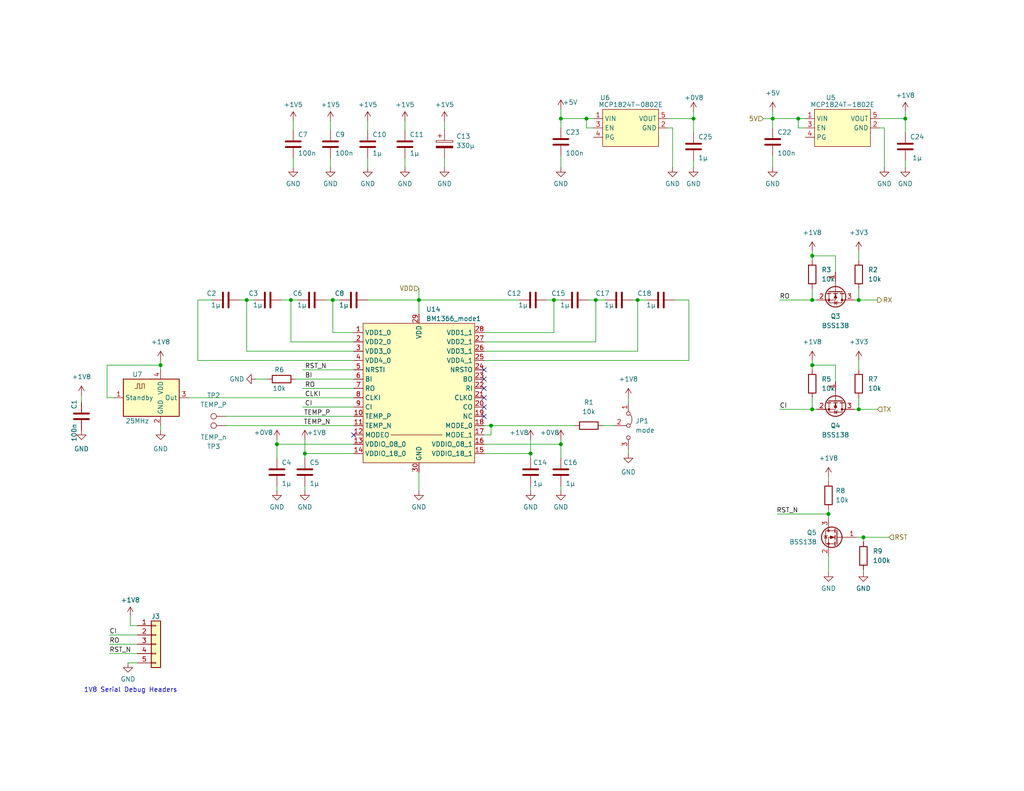
<source format=kicad_sch>
(kicad_sch (version 20230121) (generator eeschema)
  (paper "A")
  (title_block (title "BM1366 bitaxe") (date "2023-10-10") (rev "202"))
  (lib_symbols
    (symbol "Connector:TestPoint" (pin_numbers hide) (pin_names (offset 0.762) hide)
      (property "Reference" "TP" (at 0 6.858 0))
      (property "Value" "TestPoint" (at 0 5.08 0))
      (symbol "TestPoint_0_1"
        (circle (center 0 3.302) (radius 0.762))
      )
      (symbol "TestPoint_1_1"
        (pin passive line (at 0 0 90) (length 2.54) (name "1") (number "1"))
      )
    )
    (symbol "Connector_Generic:Conn_01x05" (pin_names (offset 1.016) hide)
      (property "Reference" "J" (at 0 7.62 0))
      (property "Value" "Conn_01x05" (at 0 -7.62 0))
      (symbol "Conn_01x05_1_1"
        (rectangle (start -1.27 -4.953) (end 0 -5.207) (stroke (width 0.1524)))
        (rectangle (start -1.27 -2.413) (end 0 -2.667) (stroke (width 0.1524)))
        (rectangle (start -1.27 0.127) (end 0 -0.127) (stroke (width 0.1524)))
        (rectangle (start -1.27 2.667) (end 0 2.413) (stroke (width 0.1524)))
        (rectangle (start -1.27 5.207) (end 0 4.953) (stroke (width 0.1524)))
        (rectangle (start -1.27 6.35) (end 1.27 -6.35) (stroke (width 0.254)) (fill (type background)))
        (pin passive line (at -5.08 5.08 0) (length 3.81) (name "Pin_1") (number "1"))
        (pin passive line (at -5.08 2.54 0) (length 3.81) (name "Pin_2") (number "2"))
        (pin passive line (at -5.08 0 0) (length 3.81) (name "Pin_3") (number "3"))
        (pin passive line (at -5.08 -2.54 0) (length 3.81) (name "Pin_4") (number "4"))
        (pin passive line (at -5.08 -5.08 0) (length 3.81) (name "Pin_5") (number "5"))
      )
    )
    (symbol "Device:C" (pin_numbers hide) (pin_names (offset 0.254))
      (property "Reference" "C" (at 0.635 2.54 0))
      (property "Value" "C" (at 0.635 -2.54 0))
      (symbol "C_0_1"
        (polyline (pts (xy -2.032 -0.762) (xy 2.032 -0.762)) (stroke (width 0.508)))
        (polyline (pts (xy -2.032 0.762) (xy 2.032 0.762)) (stroke (width 0.508)))
      )
      (symbol "C_1_1"
        (pin passive line (at 0 3.81 270) (length 2.794) (name "~") (number "1"))
        (pin passive line (at 0 -3.81 90) (length 2.794) (name "~") (number "2"))
      )
    )
    (symbol "Device:C_Polarized" (pin_numbers hide) (pin_names (offset 0.254))
      (property "Reference" "C" (at 0.635 2.54 0))
      (property "Value" "C_Polarized" (at 0.635 -2.54 0))
      (symbol "C_Polarized_0_1"
        (rectangle (start -2.286 0.508) (end 2.286 1.016))
        (polyline (pts (xy -1.778 2.286) (xy -0.762 2.286)))
        (polyline (pts (xy -1.27 2.794) (xy -1.27 1.778)))
        (rectangle (start 2.286 -0.508) (end -2.286 -1.016) (fill (type outline)))
      )
      (symbol "C_Polarized_1_1"
        (pin passive line (at 0 3.81 270) (length 2.794) (name "~") (number "1"))
        (pin passive line (at 0 -3.81 90) (length 2.794) (name "~") (number "2"))
      )
    )
    (symbol "Device:R" (pin_numbers hide) (pin_names (offset 0))
      (property "Reference" "R" (at 2.032 0 90))
      (property "Value" "R" (at 0 0 90))
      (symbol "R_0_1"
        (rectangle (start -1.016 -2.54) (end 1.016 2.54) (stroke (width 0.254)))
      )
      (symbol "R_1_1"
        (pin passive line (at 0 3.81 270) (length 1.27) (name "~") (number "1"))
        (pin passive line (at 0 -3.81 90) (length 1.27) (name "~") (number "2"))
      )
    )
    (symbol "GND_1" (power) (pin_names (offset 0))
      (property "Value" "GND_1" (at 0 -3.81 0))
      (symbol "GND_1_0_1"
        (polyline (pts (xy 0 0) (xy 0 -1.27) (xy 1.27 -1.27) (xy 0 -2.54) (xy -1.27 -1.27) (xy 0 -1.27)))
      )
      (symbol "GND_1_1_1"
        (pin power_in line (at 0 0 270) (length 0) hide (name "GND") (number "1"))
      )
    )
    (symbol "GND_2" (power) (pin_names (offset 0))
      (property "Value" "GND_2" (at 0 -3.81 0))
      (symbol "GND_2_0_1"
        (polyline (pts (xy 0 0) (xy 0 -1.27) (xy 1.27 -1.27) (xy 0 -2.54) (xy -1.27 -1.27) (xy 0 -1.27)))
      )
      (symbol "GND_2_1_1"
        (pin power_in line (at 0 0 270) (length 0) hide (name "GND") (number "1"))
      )
    )
    (symbol "GND_3" (power) (pin_names (offset 0))
      (property "Value" "GND_3" (at 0 -3.81 0))
      (symbol "GND_3_0_1"
        (polyline (pts (xy 0 0) (xy 0 -1.27) (xy 1.27 -1.27) (xy 0 -2.54) (xy -1.27 -1.27) (xy 0 -1.27)))
      )
      (symbol "GND_3_1_1"
        (pin power_in line (at 0 0 270) (length 0) hide (name "GND") (number "1"))
      )
    )
    (symbol "GND_4" (power) (pin_names (offset 0))
      (property "Value" "GND_4" (at 0 -3.81 0))
      (symbol "GND_4_0_1"
        (polyline (pts (xy 0 0) (xy 0 -1.27) (xy 1.27 -1.27) (xy 0 -2.54) (xy -1.27 -1.27) (xy 0 -1.27)))
      )
      (symbol "GND_4_1_1"
        (pin power_in line (at 0 0 270) (length 0) hide (name "GND") (number "1"))
      )
    )
    (symbol "GND_5" (power) (pin_names (offset 0))
      (property "Value" "GND_5" (at 0 -3.81 0))
      (symbol "GND_5_0_1"
        (polyline (pts (xy 0 0) (xy 0 -1.27) (xy 1.27 -1.27) (xy 0 -2.54) (xy -1.27 -1.27) (xy 0 -1.27)))
      )
      (symbol "GND_5_1_1"
        (pin power_in line (at 0 0 270) (length 0) hide (name "GND") (number "1"))
      )
    )
    (symbol "Jumper:Jumper_3_Bridged12" (pin_names (offset 0) hide)
      (property "Reference" "JP" (at -2.54 -2.54 0))
      (property "Value" "Jumper_3_Bridged12" (at 0 2.794 0))
      (symbol "Jumper_3_Bridged12_0_0"
        (circle (center -3.302 0) (radius 0.508))
        (circle (center 0 0) (radius 0.508))
        (circle (center 3.302 0) (radius 0.508))
      )
      (symbol "Jumper_3_Bridged12_0_1"
        (arc (start -0.254 0.508) (mid -1.651 0.9912) (end -3.048 0.508))
        (polyline (pts (xy 0 -1.27) (xy 0 -0.508)))
      )
      (symbol "Jumper_3_Bridged12_1_1"
        (pin passive line (at -6.35 0 0) (length 2.54) (name "A") (number "1"))
        (pin passive line (at 0 -3.81 90) (length 2.54) (name "C") (number "2"))
        (pin passive line (at 6.35 0 180) (length 2.54) (name "B") (number "3"))
      )
    )
    (symbol "MCP1824_1"
      (property "Reference" "U" (at -7.62 5.08 0))
      (property "Value" "MCP1824_1" (at 5.08 5.08 0))
      (symbol "MCP1824_1_0_1"
        (rectangle (start -7.62 3.81) (end 7.62 -6.35) (stroke (width 0.1524)) (fill (type background)))
      )
      (symbol "MCP1824_1_1_0"
        (pin bidirectional line (at -10.16 1.27 0) (length 2.54) (name "VIN") (number "1"))
        (pin bidirectional line (at 10.16 -1.27 180) (length 2.54) (name "GND") (number "2"))
        (pin bidirectional line (at -10.16 -1.27 0) (length 2.54) (name "EN") (number "3"))
        (pin bidirectional line (at -10.16 -3.81 0) (length 2.54) (name "PG") (number "4"))
        (pin bidirectional line (at 10.16 1.27 180) (length 2.54) (name "VOUT") (number "5"))
      )
    )
    (symbol "Oscillator:ASDMB-xxxMHz"
      (property "Reference" "U" (at -6.35 6.35 0))
      (property "Value" "ASDMB-xxxMHz" (at 11.43 6.35 0))
      (symbol "ASDMB-xxxMHz_1_1"
        (rectangle (start -7.62 5.08) (end 7.62 -5.08) (stroke (width 0.254)) (fill (type background)))
        (polyline (pts (xy -4.445 2.54) (xy -3.81 2.54) (xy -3.81 3.81) (xy -3.175 3.81) (xy -3.175 2.54) (xy -2.54 2.54) (xy -2.54 3.81) (xy -1.905 3.81) (xy -1.905 2.54)))
        (pin input line (at -10.16 0 0) (length 2.54) (name "Standby") (number "1"))
        (pin power_in line (at 2.54 -7.62 90) (length 2.54) (name "GND") (number "2"))
        (pin output line (at 10.16 0 180) (length 2.54) (name "Out") (number "3"))
        (pin power_in line (at 2.54 7.62 270) (length 2.54) (name "VDD") (number "4"))
      )
    )
    (symbol "Transistor_FET:BSS138" (pin_names hide)
      (property "Reference" "Q" (at 5.08 1.905 0))
      (property "Value" "BSS138" (at 5.08 0 0))
      (symbol "BSS138_0_1"
        (polyline (pts (xy 0.254 0) (xy -2.54 0)))
        (polyline (pts (xy 0.254 1.905) (xy 0.254 -1.905)) (stroke (width 0.254)))
        (polyline (pts (xy 0.762 -1.27) (xy 0.762 -2.286)) (stroke (width 0.254)))
        (polyline (pts (xy 0.762 0.508) (xy 0.762 -0.508)) (stroke (width 0.254)))
        (polyline (pts (xy 0.762 2.286) (xy 0.762 1.27)) (stroke (width 0.254)))
        (polyline (pts (xy 2.54 2.54) (xy 2.54 1.778)))
        (polyline (pts (xy 2.54 -2.54) (xy 2.54 0) (xy 0.762 0)))
        (polyline (pts (xy 0.762 -1.778) (xy 3.302 -1.778) (xy 3.302 1.778) (xy 0.762 1.778)))
        (polyline (pts (xy 1.016 0) (xy 2.032 0.381) (xy 2.032 -0.381) (xy 1.016 0)) (fill (type outline)))
        (polyline (pts (xy 2.794 0.508) (xy 2.921 0.381) (xy 3.683 0.381) (xy 3.81 0.254)))
        (polyline (pts (xy 3.302 0.381) (xy 2.921 -0.254) (xy 3.683 -0.254) (xy 3.302 0.381)))
        (circle (center 1.651 0) (radius 2.794) (stroke (width 0.254)))
        (circle (center 2.54 -1.778) (radius 0.254) (fill (type outline)))
        (circle (center 2.54 1.778) (radius 0.254) (fill (type outline)))
      )
      (symbol "BSS138_1_1"
        (pin input line (at -5.08 0 0) (length 2.54) (name "G") (number "1"))
        (pin passive line (at 2.54 -5.08 90) (length 2.54) (name "S") (number "2"))
        (pin passive line (at 2.54 5.08 270) (length 2.54) (name "D") (number "3"))
      )
    )
    (symbol "bitaxe:BM1366_mode1"
      (property "Reference" "U14" (at 1.9559 24.13 0))
      (property "Value" "BM1366_mode1" (at 1.9559 21.59 0))
      (symbol "BM1366_mode1_0_1"
        (rectangle (start -15.24 20.32) (end 15.24 -17.78) (fill (type background)))
        (polyline (pts (xy -7.62 -10.16) (xy 6.35 -10.16)))
      )
      (symbol "BM1366_mode1_1_1"
        (pin input line (at -17.78 17.78 0) (length 2.54) (name "VDD1_0") (number "1"))
        (pin input line (at -17.78 -5.08 0) (length 2.54) (name "TEMP_P") (number "10"))
        (pin input line (at -17.78 -7.62 0) (length 2.54) (name "TEMP_N") (number "11"))
        (pin input line (at -17.78 -10.16 0) (length 2.54) (name "MODEO") (number "12"))
        (pin input line (at -17.78 -12.7 0) (length 2.54) (name "VDDIO_08_0") (number "13"))
        (pin input line (at -17.78 -15.24 0) (length 2.54) (name "VDDIO_18_0") (number "14"))
        (pin input line (at 17.78 -15.24 180) (length 2.54) (name "VDDIO_18_1") (number "15"))
        (pin input line (at 17.78 -12.7 180) (length 2.54) (name "VDDIO_08_1") (number "16"))
        (pin input line (at 17.78 -10.16 180) (length 2.54) (name "MODE_1") (number "17"))
        (pin input line (at 17.78 -7.62 180) (length 2.54) (name "MODE_0") (number "18"))
        (pin input line (at 17.78 -5.08 180) (length 2.54) (name "NC") (number "19"))
        (pin input line (at -17.78 15.24 0) (length 2.54) (name "VDD2_0") (number "2"))
        (pin input line (at 17.78 -2.54 180) (length 2.54) (name "CO") (number "20"))
        (pin input line (at 17.78 0 180) (length 2.54) (name "CLKO") (number "21"))
        (pin input line (at 17.78 2.54 180) (length 2.54) (name "RI") (number "22"))
        (pin input line (at 17.78 5.08 180) (length 2.54) (name "BO") (number "23"))
        (pin input line (at 17.78 7.62 180) (length 2.54) (name "NRSTO") (number "24"))
        (pin input line (at 17.78 10.16 180) (length 2.54) (name "VDD4_1") (number "25"))
        (pin input line (at 17.78 12.7 180) (length 2.54) (name "VDD3_1") (number "26"))
        (pin input line (at 17.78 15.24 180) (length 2.54) (name "VDD2_1") (number "27"))
        (pin input line (at 17.78 17.78 180) (length 2.54) (name "VDD1_1") (number "28"))
        (pin input line (at 0 22.86 270) (length 2.54) (name "VDD") (number "29"))
        (pin input line (at -17.78 12.7 0) (length 2.54) (name "VDD3_0") (number "3"))
        (pin input line (at 0 -20.32 90) (length 2.54) (name "GND") (number "30"))
        (pin input line (at -17.78 10.16 0) (length 2.54) (name "VDD4_0") (number "4"))
        (pin input line (at -17.78 7.62 0) (length 2.54) (name "NRSTI") (number "5"))
        (pin input line (at -17.78 5.08 0) (length 2.54) (name "BI") (number "6"))
        (pin input line (at -17.78 2.54 0) (length 2.54) (name "RO") (number "7"))
        (pin input line (at -17.78 0 0) (length 2.54) (name "CLKI") (number "8"))
        (pin input line (at -17.78 -2.54 0) (length 2.54) (name "CI") (number "9"))
      )
    )
    (symbol "bitaxe:MCP1824"
      (property "Reference" "U" (at -7.62 5.08 0))
      (property "Value" "MCP1824" (at 5.08 5.08 0))
      (symbol "MCP1824_0_1"
        (rectangle (start -7.62 3.81) (end 7.62 -6.35) (stroke (width 0.1524)) (fill (type background)))
      )
      (symbol "MCP1824_1_0"
        (pin bidirectional line (at -10.16 1.27 0) (length 2.54) (name "VIN") (number "1"))
        (pin bidirectional line (at 10.16 -1.27 180) (length 2.54) (name "GND") (number "2"))
        (pin bidirectional line (at -10.16 -1.27 0) (length 2.54) (name "EN") (number "3"))
        (pin bidirectional line (at -10.16 -3.81 0) (length 2.54) (name "PG") (number "4"))
        (pin bidirectional line (at 10.16 1.27 180) (length 2.54) (name "VOUT") (number "5"))
      )
    )
    (symbol "mylib7:+0V8"
      (property "Value" "+0V8" (at 0 3.81 0))
      (symbol "+0V8_0_1"
        (polyline (pts (xy -0.762 1.27) (xy 0 2.54)))
        (polyline (pts (xy 0 0) (xy 0 2.54)))
        (polyline (pts (xy 0 2.54) (xy 0.762 1.27)))
      )
      (symbol "+0V8_1_1"
        (pin power_in line (at 0 0 90) (length 0) hide (name "+0V8") (number "1"))
      )
    )
    (symbol "power:+1V5" (power) (pin_names (offset 0))
      (property "Value" "+1V5" (at 0 3.556 0))
      (symbol "+1V5_0_1"
        (polyline (pts (xy -0.762 1.27) (xy 0 2.54)))
        (polyline (pts (xy 0 0) (xy 0 2.54)))
        (polyline (pts (xy 0 2.54) (xy 0.762 1.27)))
      )
      (symbol "+1V5_1_1"
        (pin power_in line (at 0 0 90) (length 0) hide (name "+1V5") (number "1"))
      )
    )
    (symbol "power:+1V8" (power) (pin_names (offset 0))
      (property "Value" "+1V8" (at 0 3.556 0))
      (symbol "+1V8_0_1"
        (polyline (pts (xy -0.762 1.27) (xy 0 2.54)))
        (polyline (pts (xy 0 0) (xy 0 2.54)))
        (polyline (pts (xy 0 2.54) (xy 0.762 1.27)))
      )
      (symbol "+1V8_1_1"
        (pin power_in line (at 0 0 90) (length 0) hide (name "+1V8") (number "1"))
      )
    )
    (symbol "power:+3V3" (power) (pin_names (offset 0))
      (property "Value" "+3V3" (at 0 3.556 0))
      (symbol "+3V3_0_1"
        (polyline (pts (xy -0.762 1.27) (xy 0 2.54)))
        (polyline (pts (xy 0 0) (xy 0 2.54)))
        (polyline (pts (xy 0 2.54) (xy 0.762 1.27)))
      )
      (symbol "+3V3_1_1"
        (pin power_in line (at 0 0 90) (length 0) hide (name "+3V3") (number "1"))
      )
    )
    (symbol "power:+5V" (power) (pin_names (offset 0))
      (property "Value" "+5V" (at 0 3.556 0))
      (symbol "+5V_0_1"
        (polyline (pts (xy -0.762 1.27) (xy 0 2.54)))
        (polyline (pts (xy 0 0) (xy 0 2.54)))
        (polyline (pts (xy 0 2.54) (xy 0.762 1.27)))
      )
      (symbol "+5V_1_1"
        (pin power_in line (at 0 0 90) (length 0) hide (name "+5V") (number "1"))
      )
    )
    (symbol "power:GND" (power) (pin_names (offset 0))
      (property "Value" "GND" (at 0 -3.81 0))
      (symbol "GND_0_1"
        (polyline (pts (xy 0 0) (xy 0 -1.27) (xy 1.27 -1.27) (xy 0 -2.54) (xy -1.27 -1.27) (xy 0 -1.27)))
      )
      (symbol "GND_1_1"
        (pin power_in line (at 0 0 270) (length 0) hide (name "GND") (number "1"))
      )
    )
  )
  (junction (at 151.13 81.915))
  (junction (at 83.185 123.825))
  (junction (at 162.56 81.915))
  (junction (at 210.82 32.385) (diameter 0.9144))
  (junction (at 160.02 32.385))
  (junction (at 67.31 81.915))
  (junction (at 235.585 146.685))
  (junction (at 133.985 116.205))
  (junction (at 43.815 99.695))
  (junction (at 234.315 81.915))
  (junction (at 247.015 32.385))
  (junction (at 234.315 111.76))
  (junction (at 153.035 32.385) (diameter 0.9144))
  (junction (at 75.565 121.285))
  (junction (at 217.805 32.385))
  (junction (at 144.78 123.825))
  (junction (at 221.615 81.915))
  (junction (at 114.3 81.915))
  (junction (at 153.035 121.285))
  (junction (at 79.375 81.915))
  (junction (at 226.06 140.335))
  (junction (at 221.615 111.76))
  (junction (at 221.615 69.85))
  (junction (at 90.805 81.915))
  (junction (at 221.615 99.695))
  (junction (at 173.99 81.915))
  (junction (at 189.23 32.385) (diameter 0.9144))
  (no_connect (at 132.08 100.965))
  (no_connect (at 132.08 106.045))
  (no_connect (at 132.08 108.585))
  (no_connect (at 132.08 113.665))
  (no_connect (at 96.52 118.745))
  (no_connect (at 132.08 103.505))
  (no_connect (at 132.08 111.125))
  (wire (pts (xy 121.285 35.56) (xy 121.285 33.02)))
  (wire (pts (xy 43.815 99.695) (xy 43.815 100.965)))
  (wire (pts (xy 226.06 130.175) (xy 226.06 131.445)))
  (wire (pts (xy 221.615 108.585) (xy 221.615 111.76)))
  (wire (pts (xy 133.985 118.745) (xy 133.985 116.205)))
  (wire (pts (xy 173.99 95.885) (xy 173.99 81.915)))
  (wire (pts (xy 234.315 81.915) (xy 234.315 78.74)))
  (wire (pts (xy 235.585 146.685) (xy 242.57 146.685)))
  (wire (pts (xy 187.96 98.425) (xy 187.96 81.915)))
  (wire (pts (xy 162.56 93.345) (xy 162.56 81.915)))
  (wire (pts (xy 82.55 111.125) (xy 96.52 111.125)))
  (wire (pts (xy 226.06 139.065) (xy 226.06 140.335)))
  (wire (pts (xy 144.78 120.015) (xy 144.78 123.825)))
  (wire (pts (xy 75.565 132.715) (xy 75.565 133.985)))
  (wire (pts (xy 43.815 98.425) (xy 43.815 99.695)))
  (wire (pts (xy 61.595 113.665) (xy 96.52 113.665)))
  (wire (pts (xy 22.225 107.95) (xy 22.225 109.855)))
  (wire (pts (xy 114.3 128.905) (xy 114.3 133.985)))
  (wire (pts (xy 80.645 103.505) (xy 96.52 103.505)))
  (wire (pts (xy 235.585 146.685) (xy 235.585 147.955)))
  (wire (pts (xy 247.015 43.815) (xy 247.015 45.72)))
  (wire (pts (xy 247.015 30.48) (xy 247.015 32.385)))
  (wire (pts (xy 83.185 120.015) (xy 83.185 123.825)))
  (wire (pts (xy 241.3 34.925) (xy 240.03 34.925)))
  (wire (pts (xy 153.035 32.385) (xy 160.02 32.385)))
  (wire (pts (xy 212.09 140.335) (xy 226.06 140.335)))
  (wire (pts (xy 29.21 99.695) (xy 29.21 108.585)))
  (wire (pts (xy 233.045 111.76) (xy 234.315 111.76)))
  (wire (pts (xy 212.725 111.76) (xy 221.615 111.76)))
  (wire (pts (xy 132.08 90.805) (xy 151.13 90.805)))
  (wire (pts (xy 183.515 34.925) (xy 182.245 34.925)))
  (wire (pts (xy 43.815 99.695) (xy 29.21 99.695)))
  (wire (pts (xy 221.615 68.58) (xy 221.615 69.85)))
  (wire (pts (xy 90.17 35.56) (xy 90.17 33.02)))
  (wire (pts (xy 100.33 43.18) (xy 100.33 45.72)))
  (wire (pts (xy 34.925 180.975) (xy 37.465 180.975)))
  (wire (pts (xy 153.035 120.015) (xy 153.035 121.285)))
  (wire (pts (xy 83.185 123.825) (xy 96.52 123.825)))
  (wire (pts (xy 75.565 120.015) (xy 75.565 121.285)))
  (wire (pts (xy 153.035 32.385) (xy 153.035 34.925)))
  (wire (pts (xy 149.225 81.915) (xy 151.13 81.915)))
  (wire (pts (xy 234.315 68.58) (xy 234.315 71.12)))
  (wire (pts (xy 189.23 43.815) (xy 189.23 45.72)))
  (wire (pts (xy 29.21 108.585) (xy 31.115 108.585)))
  (wire (pts (xy 171.45 122.555) (xy 171.45 123.825)))
  (wire (pts (xy 100.33 35.56) (xy 100.33 33.02)))
  (wire (pts (xy 88.9 81.915) (xy 90.805 81.915)))
  (wire (pts (xy 160.655 81.915) (xy 162.56 81.915)))
  (wire (pts (xy 160.02 34.925) (xy 160.02 32.385)))
  (wire (pts (xy 210.82 42.545) (xy 210.82 45.72)))
  (wire (pts (xy 79.375 81.915) (xy 81.28 81.915)))
  (wire (pts (xy 240.03 32.385) (xy 247.015 32.385)))
  (wire (pts (xy 226.06 140.335) (xy 226.06 141.605)))
  (wire (pts (xy 217.805 32.385) (xy 219.71 32.385)))
  (wire (pts (xy 35.56 168.275) (xy 35.56 170.815)))
  (wire (pts (xy 67.31 95.885) (xy 67.31 81.915)))
  (wire (pts (xy 233.68 146.685) (xy 235.585 146.685)))
  (wire (pts (xy 183.515 34.925) (xy 183.515 45.72)))
  (wire (pts (xy 227.965 99.695) (xy 221.615 99.695)))
  (wire (pts (xy 76.835 81.915) (xy 79.375 81.915)))
  (wire (pts (xy 53.975 81.915) (xy 57.785 81.915)))
  (wire (pts (xy 151.13 81.915) (xy 153.035 81.915)))
  (wire (pts (xy 132.08 95.885) (xy 173.99 95.885)))
  (wire (pts (xy 217.805 34.925) (xy 219.71 34.925)))
  (wire (pts (xy 132.08 98.425) (xy 187.96 98.425)))
  (wire (pts (xy 153.035 29.845) (xy 153.035 32.385)))
  (wire (pts (xy 141.605 81.915) (xy 114.3 81.915)))
  (wire (pts (xy 153.035 125.095) (xy 153.035 121.285)))
  (wire (pts (xy 133.985 116.205) (xy 132.08 116.205)))
  (wire (pts (xy 67.31 81.915) (xy 69.215 81.915)))
  (wire (pts (xy 234.315 111.76) (xy 234.315 108.585)))
  (wire (pts (xy 160.02 32.385) (xy 161.925 32.385)))
  (wire (pts (xy 100.33 81.915) (xy 114.3 81.915)))
  (wire (pts (xy 90.805 90.805) (xy 96.52 90.805)))
  (wire (pts (xy 75.565 121.285) (xy 96.52 121.285)))
  (wire (pts (xy 80.01 43.18) (xy 80.01 45.72)))
  (wire (pts (xy 241.3 34.925) (xy 241.3 45.72)))
  (wire (pts (xy 221.615 99.695) (xy 221.615 100.965)))
  (wire (pts (xy 172.72 81.915) (xy 173.99 81.915)))
  (wire (pts (xy 65.405 81.915) (xy 67.31 81.915)))
  (wire (pts (xy 51.435 108.585) (xy 96.52 108.585)))
  (wire (pts (xy 110.49 35.56) (xy 110.49 33.02)))
  (wire (pts (xy 79.375 93.345) (xy 79.375 81.915)))
  (wire (pts (xy 82.55 100.965) (xy 96.52 100.965)))
  (wire (pts (xy 210.82 32.385) (xy 217.805 32.385)))
  (wire (pts (xy 208.28 32.385) (xy 210.82 32.385)))
  (wire (pts (xy 234.315 111.76) (xy 239.395 111.76)))
  (wire (pts (xy 210.82 32.385) (xy 210.82 34.925)))
  (wire (pts (xy 144.78 132.715) (xy 144.78 133.985)))
  (wire (pts (xy 160.02 34.925) (xy 161.925 34.925)))
  (wire (pts (xy 83.185 132.715) (xy 83.185 133.985)))
  (wire (pts (xy 75.565 121.285) (xy 75.565 125.095)))
  (wire (pts (xy 235.585 155.575) (xy 235.585 156.21)))
  (wire (pts (xy 221.615 78.74) (xy 221.615 81.915)))
  (wire (pts (xy 132.08 118.745) (xy 133.985 118.745)))
  (wire (pts (xy 151.13 90.805) (xy 151.13 81.915)))
  (wire (pts (xy 132.08 123.825) (xy 144.78 123.825)))
  (wire (pts (xy 234.315 98.425) (xy 234.315 100.965)))
  (wire (pts (xy 90.17 43.18) (xy 90.17 45.72)))
  (wire (pts (xy 226.06 151.765) (xy 226.06 156.21)))
  (wire (pts (xy 132.08 93.345) (xy 162.56 93.345)))
  (wire (pts (xy 114.3 78.74) (xy 114.3 81.915)))
  (wire (pts (xy 61.595 116.205) (xy 96.52 116.205)))
  (wire (pts (xy 234.315 81.915) (xy 239.395 81.915)))
  (wire (pts (xy 153.035 42.545) (xy 153.035 45.72)))
  (wire (pts (xy 221.615 69.85) (xy 221.615 71.12)))
  (wire (pts (xy 189.23 30.48) (xy 189.23 32.385)))
  (wire (pts (xy 162.56 81.915) (xy 165.1 81.915)))
  (wire (pts (xy 114.3 81.915) (xy 114.3 85.725)))
  (wire (pts (xy 35.56 170.815) (xy 37.465 170.815)))
  (wire (pts (xy 227.965 74.295) (xy 227.965 69.85)))
  (wire (pts (xy 187.96 81.915) (xy 184.15 81.915)))
  (wire (pts (xy 67.31 95.885) (xy 96.52 95.885)))
  (wire (pts (xy 144.78 123.825) (xy 144.78 125.095)))
  (wire (pts (xy 82.55 106.045) (xy 96.52 106.045)))
  (wire (pts (xy 212.725 81.915) (xy 221.615 81.915)))
  (wire (pts (xy 210.82 30.48) (xy 210.82 32.385)))
  (wire (pts (xy 221.615 98.425) (xy 221.615 99.695)))
  (wire (pts (xy 247.015 32.385) (xy 247.015 36.195)))
  (wire (pts (xy 83.185 123.825) (xy 83.185 125.095)))
  (wire (pts (xy 79.375 93.345) (xy 96.52 93.345)))
  (wire (pts (xy 221.615 81.915) (xy 222.885 81.915)))
  (wire (pts (xy 171.45 108.585) (xy 171.45 109.855)))
  (wire (pts (xy 173.99 81.915) (xy 176.53 81.915)))
  (wire (pts (xy 189.23 32.385) (xy 189.23 36.195)))
  (wire (pts (xy 43.815 116.205) (xy 43.815 117.475)))
  (wire (pts (xy 132.08 121.285) (xy 153.035 121.285)))
  (wire (pts (xy 29.845 175.895) (xy 37.465 175.895)))
  (wire (pts (xy 164.465 116.205) (xy 167.64 116.205)))
  (wire (pts (xy 217.805 34.925) (xy 217.805 32.385)))
  (wire (pts (xy 227.965 104.14) (xy 227.965 99.695)))
  (wire (pts (xy 233.045 81.915) (xy 234.315 81.915)))
  (wire (pts (xy 121.285 43.18) (xy 121.285 45.72)))
  (wire (pts (xy 110.49 43.18) (xy 110.49 45.72)))
  (wire (pts (xy 80.01 35.56) (xy 80.01 33.02)))
  (wire (pts (xy 90.805 81.915) (xy 92.71 81.915)))
  (wire (pts (xy 221.615 111.76) (xy 222.885 111.76)))
  (wire (pts (xy 133.985 116.205) (xy 156.845 116.205)))
  (wire (pts (xy 96.52 98.425) (xy 53.975 98.425)))
  (wire (pts (xy 69.85 103.505) (xy 73.025 103.505)))
  (wire (pts (xy 29.845 173.355) (xy 37.465 173.355)))
  (wire (pts (xy 90.805 81.915) (xy 90.805 90.805)))
  (wire (pts (xy 227.965 69.85) (xy 221.615 69.85)))
  (wire (pts (xy 29.845 178.435) (xy 37.465 178.435)))
  (wire (pts (xy 153.035 132.715) (xy 153.035 133.985)))
  (wire (pts (xy 182.245 32.385) (xy 189.23 32.385)))
  (wire (pts (xy 53.975 98.425) (xy 53.975 81.915)))
  (text "1V8 Serial Debug Headers" (at 22.86 189.23 0) (effects (font (size 1.27 1.27)) (justify left bottom)))
  (label "TEMP_P" (at 90.17 113.665 180))
  (label "CI" (at 29.845 173.355 0))
  (label "RO" (at 212.725 81.915 0))
  (label "RST_N" (at 29.845 178.435 0))
  (label "RO" (at 29.845 175.895 0))
  (label "RO" (at 83.185 106.045 0))
  (label "CLKI" (at 83.185 108.585 0))
  (label "RST_N" (at 83.185 100.965 0))
  (label "RST_N" (at 217.805 140.335 180))
  (label "BI" (at 83.185 103.505 0))
  (label "CI" (at 83.185 111.125 0))
  (label "TEMP_N" (at 90.17 116.205 180))
  (label "CI" (at 212.725 111.76 0))
  (hierarchical_label "5V" (shape input) (at 208.28 32.385 180))
  (hierarchical_label "TX" (shape input) (at 239.395 111.76 0))
  (hierarchical_label "RST" (shape input) (at 242.57 146.685 0))
  (hierarchical_label "VDD" (shape input) (at 114.3 78.74 180))
  (hierarchical_label "RX" (shape output) (at 239.395 81.915 0))
  (symbol (lib_id "Device:R") (at 226.06 135.255 180) (unit 1)
    (property "Reference" "R8" (at 227.965 133.985 0) (effects (justify right)))
    (property "Value" "10k" (at 227.965 136.525 0) (effects (justify right)))
    (property "Footprint" "Resistor_SMD:R_0805_2012Metric" (effects hide))
  )
  (symbol (lib_id "power:+1V8") (at 35.56 168.275 0) (unit 1)
    (property "Reference" "#PWR048" (effects hide))
    (property "Value" "+1V8" (at 35.56 163.83 0))
  )
  (symbol (lib_id "Jumper:Jumper_3_Bridged12") (at 171.45 116.205 270) (unit 1)
    (property "Reference" "JP1" (at 173.355 114.935 90) (effects (justify left)))
    (property "Value" "mode" (at 173.355 117.475 90) (effects (justify left)))
    (property "Footprint" "Jumper:SolderJumper-3_P1.3mm_Open_RoundedPad1.0x1.5mm" (effects hide))
    (property "Distributor" "-" (effects hide))
  )
  (symbol (lib_id "Device:C") (at 247.015 40.005 0) (unit 1)
    (property "Reference" "C24" (at 248.285 38.1 0) (effects (justify left bottom)))
    (property "Value" "1µ" (at 248.92 43.815 0) (effects (justify left bottom)))
    (property "Footprint" "Capacitor_SMD:C_0805_2012Metric" (effects hide))
    (property "PARTNO" "EMK105BJ105MV-F" (effects hide))
  )
  (symbol (lib_id "power:+1V5") (at 100.33 33.02 0) (unit 1)
    (property "Reference" "#PWR040" (effects hide))
    (property "Value" "+1V5" (at 100.33 28.575 0))
  )
  (symbol (lib_id "Device:R") (at 160.655 116.205 90) (unit 1)
    (property "Reference" "R1" (at 160.655 109.855 90))
    (property "Value" "10k" (at 160.655 112.395 90))
    (property "Footprint" "Resistor_SMD:R_0805_2012Metric" (effects hide))
  )
  (symbol (lib_id "Device:C") (at 210.82 38.735 0) (unit 1)
    (property "Reference" "C22" (at 212.09 36.83 0) (effects (justify left bottom)))
    (property "Value" "100n" (at 212.09 42.545 0) (effects (justify left bottom)))
    (property "Footprint" "Capacitor_SMD:C_0805_2012Metric" (effects hide))
    (property "PARTNO" "0402X104K100CT" (effects hide))
  )
  (symbol (lib_id "power:+1V8") (at 43.815 98.425 0) (unit 1)
    (property "Reference" "#PWR035" (effects hide))
    (property "Value" "+1V8" (at 43.815 93.345 0))
  )
  (symbol (lib_id "power:GND") (at 247.015 45.72 0) (mirror y) (unit 1)
    (property "Reference" "#PWR024" (effects hide))
    (property "Value" "GND" (at 247.015 50.165 0))
  )
  (symbol (lib_id "Connector:TestPoint") (at 61.595 116.205 90) (mirror x) (unit 1)
    (property "Reference" "TP3" (at 58.293 121.92 90))
    (property "Value" "TEMP_n" (at 58.293 119.38 90))
    (property "Footprint" "TestPoint:TestPoint_Pad_D2.0mm" (effects hide))
    (property "Distributor" "-" (effects hide))
  )
  (symbol (lib_id "power:+1V8") (at 226.06 130.175 0) (unit 1)
    (property "Reference" "#PWR055" (effects hide))
    (property "Value" "+1V8" (at 226.06 125.095 0))
  )
  (symbol (lib_id "power:GND") (at 153.035 45.72 0) (mirror y) (unit 1)
    (property "Reference" "#PWR026" (effects hide))
    (property "Value" "GND" (at 153.035 50.165 0))
  )
  (symbol (lib_id "Device:C") (at 80.01 39.37 0) (unit 1)
    (property "Reference" "C7" (at 81.28 37.465 0) (effects (justify left bottom)))
    (property "Value" "100n" (at 81.28 42.545 0) (effects (justify left bottom)))
    (property "Footprint" "Capacitor_SMD:C_0805_2012Metric" (effects hide))
    (property "PARTNO" "0402X104K100CT" (effects hide))
  )
  (symbol (lib_id "power:+1V8") (at 83.185 120.015 0) (unit 1)
    (property "Reference" "#PWR010" (effects hide))
    (property "Value" "+1V8" (at 86.36 118.11 0))
  )
  (symbol (lib_id "power:+3V3") (at 234.315 68.58 0) (unit 1)
    (property "Reference" "#PWR052" (effects hide))
    (property "Value" "+3V3" (at 234.315 63.5 0))
  )
  (symbol (lib_id "Device:C") (at 180.34 81.915 90) (unit 1)
    (property "Reference" "C18" (at 177.8 79.375 90) (effects (justify left bottom)))
    (property "Value" "1µ" (at 179.07 82.55 90) (effects (justify left bottom)))
    (property "Footprint" "Capacitor_SMD:C_0805_2012Metric" (effects hide))
    (property "PARTNO" "EMK105BJ105MV-F" (effects hide))
  )
  (symbol (lib_id "power:GND") (at 114.3 133.985 0) (mirror y) (unit 1)
    (property "Reference" "#PWR02" (effects hide))
    (property "Value" "GND" (at 114.3 138.43 0))
  )
  (symbol (lib_id "power:+5V") (at 153.035 29.845 0) (unit 1)
    (property "Reference" "#PWR050" (effects hide))
    (property "Value" "+5V" (at 155.575 27.94 0))
  )
  (symbol (lib_id "Transistor_FET:BSS138") (at 227.965 109.22 270) (unit 1)
    (property "Reference" "Q4" (at 227.965 116.205 90))
    (property "Value" "BSS138" (at 227.965 118.745 90))
    (property "Footprint" "Package_TO_SOT_SMD:SOT-23" (effects hide))
    (property "Datasheet" "https://www.onsemi.com/pub/Collateral/BSS138-D.PDF" (effects hide))
  )
  (symbol (lib_id "power:+1V8") (at 144.78 120.015 0) (unit 1)
    (property "Reference" "#PWR08" (effects hide))
    (property "Value" "+1V8" (at 141.605 118.11 0))
  )
  (symbol (lib_id "mylib7:+0V8") (at 153.035 120.015 0) (unit 1)
    (property "Reference" "U8" (effects hide))
    (property "Value" "+0V8" (at 147.32 118.11 0) (effects (justify left)))
    (property "Distributor" "-" (effects hide))
  )
  (symbol (lib_id "power:GND") (at 110.49 45.72 0) (mirror y) (unit 1)
    (property "Reference" "#PWR045" (effects hide))
    (property "Value" "GND" (at 110.49 50.165 0))
  )
  (symbol (lib_id "Device:C") (at 168.91 81.915 90) (unit 1)
    (property "Reference" "C17" (at 166.37 79.375 90) (effects (justify left bottom)))
    (property "Value" "1µ" (at 167.64 82.55 90) (effects (justify left bottom)))
    (property "Footprint" "Capacitor_SMD:C_0805_2012Metric" (effects hide))
    (property "PARTNO" "EMK105BJ105MV-F" (effects hide))
  )
  (symbol (lib_id "mylib7:+0V8") (at 75.565 120.015 0) (unit 1)
    (property "Reference" "U2" (effects hide))
    (property "Value" "+0V8" (at 69.215 118.11 0) (effects (justify left)))
    (property "Distributor" "-" (effects hide))
  )
  (symbol (lib_id "Device:R") (at 235.585 151.765 180) (unit 1)
    (property "Reference" "R9" (at 238.125 150.495 0) (effects (justify right)))
    (property "Value" "100k" (at 238.125 153.035 0) (effects (justify right)))
    (property "Footprint" "Resistor_SMD:R_0805_2012Metric" (effects hide))
  )
  (symbol (lib_id "Connector_Generic:Conn_01x05") (at 42.545 175.895 0) (unit 1) (in_bom no)
    (property "Reference" "J3" (at 41.275 168.275 0) (effects (justify left)))
    (property "Value" "Conn_01x05" (effects hide))
    (property "Footprint" "Connector_PinHeader_2.54mm:PinHeader_1x05_P2.54mm_Vertical" (effects hide))
  )
  (symbol (lib_id "power:GND") (at 75.565 133.985 0) (mirror y) (unit 1)
    (property "Reference" "#PWR028" (effects hide))
    (property "Value" "GND" (at 75.565 138.43 0))
  )
  (symbol (lib_id "power:GND") (at 83.185 133.985 0) (mirror y) (unit 1)
    (property "Reference" "#PWR029" (effects hide))
    (property "Value" "GND" (at 83.185 138.43 0))
  )
  (symbol (lib_id "power:+1V8") (at 221.615 68.58 0) (unit 1)
    (property "Reference" "#PWR051" (effects hide))
    (property "Value" "+1V8" (at 221.615 63.5 0))
  )
  (symbol (lib_id "Device:R") (at 234.315 74.93 180) (unit 1)
    (property "Reference" "R2" (at 236.855 73.66 0) (effects (justify right)))
    (property "Value" "10k" (at 236.855 76.2 0) (effects (justify right)))
    (property "Footprint" "Resistor_SMD:R_0805_2012Metric" (effects hide))
  )
  (symbol (lib_id "power:GND") (at 121.285 45.72 0) (mirror y) (unit 1)
    (property "Reference" "#PWR046" (effects hide))
    (property "Value" "GND" (at 121.285 50.165 0))
  )
  (symbol (lib_id "Device:R") (at 234.315 104.775 180) (unit 1)
    (property "Reference" "R7" (at 236.855 103.505 0) (effects (justify right)))
    (property "Value" "10k" (at 236.855 106.045 0) (effects (justify right)))
    (property "Footprint" "Resistor_SMD:R_0805_2012Metric" (effects hide))
  )
  (symbol (lib_id "Device:C") (at 90.17 39.37 0) (unit 1)
    (property "Reference" "C9" (at 91.44 37.465 0) (effects (justify left bottom)))
    (property "Value" "100n" (at 91.44 42.545 0) (effects (justify left bottom)))
    (property "Footprint" "Capacitor_SMD:C_0805_2012Metric" (effects hide))
    (property "PARTNO" "0402X104K100CT" (effects hide))
  )
  (symbol (lib_id "Device:C_Polarized") (at 121.285 39.37 0) (unit 1)
    (property "Reference" "C13" (at 124.46 37.2109 0) (effects (justify left)))
    (property "Value" "330µ" (at 124.46 39.7509 0) (effects (justify left)))
    (property "Footprint" "Capacitor_Tantalum_SMD:CP_EIA-7343-31_Kemet-D_Pad2.25x2.55mm_HandSolder" (effects hide))
    (property "PARTNO" "293D337X9010E2TE3" (effects hide))
    (property "Distributor" "D" (effects hide))
    (property "Manufacturer" "293D337X9010E2TE3" (effects hide))
    (property "OrderNr" "718-1028-1-ND" (effects hide))
  )
  (symbol (lib_id "Device:C") (at 22.225 113.665 0) (unit 1)
    (property "Reference" "C1" (at 20.955 111.76 90) (effects (justify left bottom)))
    (property "Value" "100n" (at 20.955 120.65 90) (effects (justify left bottom)))
    (property "Footprint" "Capacitor_SMD:C_0805_2012Metric" (effects hide))
    (property "PARTNO" "0402X104K100CT" (effects hide))
  )
  (symbol (lib_id "power:+1V5") (at 110.49 33.02 0) (unit 1)
    (property "Reference" "#PWR041" (effects hide))
    (property "Value" "+1V5" (at 110.49 28.575 0))
  )
  (symbol (lib_id "power:GND") (at 189.23 45.72 0) (mirror y) (unit 1)
    (property "Reference" "#PWR027" (effects hide))
    (property "Value" "GND" (at 189.23 50.165 0))
  )
  (symbol (lib_name "GND_5") (lib_id "power:GND") (at 235.585 156.21 0) (unit 1)
    (property "Reference" "#PWR057" (effects hide))
    (property "Value" "GND" (at 235.585 160.655 0))
  )
  (symbol (lib_id "power:+3V3") (at 234.315 98.425 0) (unit 1)
    (property "Reference" "#PWR054" (effects hide))
    (property "Value" "+3V3" (at 234.315 93.345 0))
  )
  (symbol (lib_id "power:+1V8") (at 22.225 107.95 0) (unit 1)
    (property "Reference" "#PWR037" (effects hide))
    (property "Value" "+1V8" (at 22.225 102.87 0))
  )
  (symbol (lib_id "power:GND") (at 100.33 45.72 0) (mirror y) (unit 1)
    (property "Reference" "#PWR044" (effects hide))
    (property "Value" "GND" (at 100.33 50.165 0))
  )
  (symbol (lib_id "power:GND") (at 153.035 133.985 0) (mirror y) (unit 1)
    (property "Reference" "#PWR031" (effects hide))
    (property "Value" "GND" (at 153.035 138.43 0))
  )
  (symbol (lib_id "power:+1V5") (at 121.285 33.02 0) (unit 1)
    (property "Reference" "#PWR042" (effects hide))
    (property "Value" "+1V5" (at 121.285 28.575 0))
  )
  (symbol (lib_id "Device:C") (at 145.415 81.915 90) (unit 1)
    (property "Reference" "C12" (at 142.24 79.375 90) (effects (justify left bottom)))
    (property "Value" "1µ" (at 144.145 82.55 90) (effects (justify left bottom)))
    (property "Footprint" "Capacitor_SMD:C_0805_2012Metric" (effects hide))
    (property "PARTNO" "EMK105BJ105MV-F" (effects hide))
  )
  (symbol (lib_id "Device:C") (at 100.33 39.37 0) (unit 1)
    (property "Reference" "C10" (at 101.6 37.465 0) (effects (justify left bottom)))
    (property "Value" "1µ" (at 101.6 42.545 0) (effects (justify left bottom)))
    (property "Footprint" "Capacitor_SMD:C_0805_2012Metric" (effects hide))
    (property "PARTNO" "EMK105BJ105MV-F" (effects hide))
  )
  (symbol (lib_name "MCP1824_1") (lib_id "bitaxe:MCP1824") (at 172.085 33.655 0) (unit 1)
    (property "Reference" "U6" (at 165.1 26.67 0))
    (property "Value" "MCP1824T-0802E" (at 172.085 28.575 0))
    (property "Footprint" "Package_TO_SOT_SMD:SOT-23-5" (effects hide))
    (property "Datasheet" "https://ww1.microchip.com/downloads/en/DeviceDoc/22070a.pdf" (effects hide))
    (property "OrderNr" "MCP1824T-0802E/OTCT-ND" (effects hide))
    (property "Distributor" "D" (effects hide))
    (property "Manufacturer" "MCP1824T-0802E/OT" (effects hide))
  )
  (symbol (lib_name "GND_5") (lib_id "power:GND") (at 226.06 156.21 0) (unit 1)
    (property "Reference" "#PWR056" (effects hide))
    (property "Value" "GND" (at 226.06 160.655 0))
  )
  (symbol (lib_id "Device:C") (at 73.025 81.915 90) (unit 1)
    (property "Reference" "C3" (at 70.485 79.375 90) (effects (justify left bottom)))
    (property "Value" "1µ" (at 71.755 82.55 90) (effects (justify left bottom)))
    (property "Footprint" "Capacitor_SMD:C_0805_2012Metric" (effects hide))
    (property "PARTNO" "EMK105BJ105MV-F" (effects hide))
  )
  (symbol (lib_id "power:GND") (at 183.515 45.72 0) (mirror y) (unit 1)
    (property "Reference" "#PWR025" (effects hide))
    (property "Value" "GND" (at 183.515 50.165 0))
  )
  (symbol (lib_id "power:GND") (at 210.82 45.72 0) (mirror y) (unit 1)
    (property "Reference" "#PWR04" (effects hide))
    (property "Value" "GND" (at 210.82 50.165 0))
  )
  (symbol (lib_id "Connector:TestPoint") (at 61.595 113.665 90) (unit 1)
    (property "Reference" "TP2" (at 58.293 107.95 90))
    (property "Value" "TEMP_P" (at 58.293 110.49 90))
    (property "Footprint" "TestPoint:TestPoint_Pad_D2.0mm" (effects hide))
    (property "Distributor" "-" (effects hide))
  )
  (symbol (lib_name "GND_4") (lib_id "power:GND") (at 69.85 103.505 270) (unit 1)
    (property "Reference" "#PWR047" (effects hide))
    (property "Value" "GND" (at 66.675 103.505 90) (effects (justify right)))
  )
  (symbol (lib_name "GND_2") (lib_id "power:GND") (at 22.225 117.475 0) (unit 1)
    (property "Reference" "#PWR034" (effects hide))
    (property "Value" "GND" (at 22.225 122.555 0))
  )
  (symbol (lib_id "power:+5V") (at 210.82 30.48 0) (unit 1)
    (property "Reference" "#PWR049" (effects hide))
    (property "Value" "+5V" (at 210.82 25.4 0))
  )
  (symbol (lib_id "Device:C") (at 110.49 39.37 0) (unit 1)
    (property "Reference" "C11" (at 111.76 37.465 0) (effects (justify left bottom)))
    (property "Value" "1µ" (at 111.76 42.545 0) (effects (justify left bottom)))
    (property "Footprint" "Capacitor_SMD:C_0805_2012Metric" (effects hide))
    (property "PARTNO" "EMK105BJ105MV-F" (effects hide))
  )
  (symbol (lib_name "GND_3") (lib_id "power:GND") (at 43.815 117.475 0) (unit 1)
    (property "Reference" "#PWR036" (effects hide))
    (property "Value" "GND" (at 43.815 122.555 0))
  )
  (symbol (lib_id "power:+1V8") (at 171.45 108.585 0) (unit 1)
    (property "Reference" "#PWR032" (effects hide))
    (property "Value" "+1V8" (at 171.45 103.505 0))
  )
  (symbol (lib_id "Device:C") (at 75.565 128.905 0) (unit 1)
    (property "Reference" "C4" (at 76.835 127 0) (effects (justify left bottom)))
    (property "Value" "1µ" (at 76.835 132.715 0) (effects (justify left bottom)))
    (property "Footprint" "Capacitor_SMD:C_0805_2012Metric" (effects hide))
    (property "PARTNO" "EMK105BJ105MV-F" (effects hide))
  )
  (symbol (lib_id "Device:R") (at 221.615 74.93 180) (unit 1)
    (property "Reference" "R3" (at 224.155 73.66 0) (effects (justify right)))
    (property "Value" "10k" (at 224.155 76.2 0) (effects (justify right)))
    (property "Footprint" "Resistor_SMD:R_0805_2012Metric" (effects hide))
  )
  (symbol (lib_id "Device:C") (at 144.78 128.905 0) (unit 1)
    (property "Reference" "C14" (at 145.415 127 0) (effects (justify left bottom)))
    (property "Value" "1µ" (at 145.415 132.715 0) (effects (justify left bottom)))
    (property "Footprint" "Capacitor_SMD:C_0805_2012Metric" (effects hide))
    (property "PARTNO" "EMK105BJ105MV-F" (effects hide))
  )
  (symbol (lib_id "Device:C") (at 83.185 128.905 0) (unit 1)
    (property "Reference" "C5" (at 84.455 127 0) (effects (justify left bottom)))
    (property "Value" "1µ" (at 84.455 132.715 0) (effects (justify left bottom)))
    (property "Footprint" "Capacitor_SMD:C_0805_2012Metric" (effects hide))
    (property "PARTNO" "EMK105BJ105MV-F" (effects hide))
  )
  (symbol (lib_id "power:+1V8") (at 247.015 30.48 0) (unit 1)
    (property "Reference" "#PWR022" (effects hide))
    (property "Value" "+1V8" (at 247.015 26.035 0))
  )
  (symbol (lib_id "bitaxe:BM1366_mode1") (at 114.3 108.585 0) (unit 1)
    (property "Reference" "U14" (at 116.2559 84.455 0) (effects (justify left)))
    (property "Value" "BM1366_mode1" (at 116.2559 86.995 0) (effects (justify left)))
    (property "Footprint" "bitaxe:BM1366" (effects hide))
    (property "Distributor" "X" (effects hide))
  )
  (symbol (lib_id "power:+1V8") (at 221.615 98.425 0) (unit 1)
    (property "Reference" "#PWR053" (effects hide))
    (property "Value" "+1V8" (at 221.615 93.345 0))
  )
  (symbol (lib_id "power:GND") (at 144.78 133.985 0) (mirror y) (unit 1)
    (property "Reference" "#PWR030" (effects hide))
    (property "Value" "GND" (at 144.78 138.43 0))
  )
  (symbol (lib_id "Oscillator:ASDMB-xxxMHz") (at 41.275 108.585 0) (unit 1)
    (property "Reference" "U7" (at 37.465 102.235 0))
    (property "Value" "25MHz" (at 37.465 114.935 0))
    (property "Footprint" "Oscillator:Oscillator_SMD_EuroQuartz_XO32-4Pin_3.2x2.5mm" (effects hide))
    (property "Datasheet" "https://abracon.com/Oscillators/ASDMB.pdf" (effects hide))
  )
  (symbol (lib_id "power:GND") (at 90.17 45.72 0) (mirror y) (unit 1)
    (property "Reference" "#PWR043" (effects hide))
    (property "Value" "GND" (at 90.17 50.165 0))
  )
  (symbol (lib_id "bitaxe:MCP1824") (at 229.87 33.655 0) (unit 1)
    (property "Reference" "U5" (at 226.695 26.67 0))
    (property "Value" "MCP1824T-1802E" (at 229.87 28.575 0))
    (property "Footprint" "Package_TO_SOT_SMD:SOT-23-5" (effects hide))
    (property "Datasheet" "https://ww1.microchip.com/downloads/en/DeviceDoc/22070a.pdf" (effects hide))
    (property "OrderNr" "MCP1824T-1802E/OTCT-ND" (effects hide))
    (property "Distributor" "D" (effects hide))
    (property "Manufacturer" "MCP1824T-1802E/OT" (effects hide))
  )
  (symbol (lib_id "power:GND") (at 80.01 45.72 0) (mirror y) (unit 1)
    (property "Reference" "#PWR01" (effects hide))
    (property "Value" "GND" (at 80.01 50.165 0))
  )
  (symbol (lib_id "Device:R") (at 221.615 104.775 180) (unit 1)
    (property "Reference" "R5" (at 224.155 103.505 0) (effects (justify right)))
    (property "Value" "10k" (at 224.155 106.045 0) (effects (justify right)))
    (property "Footprint" "Resistor_SMD:R_0805_2012Metric" (effects hide))
  )
  (symbol (lib_id "Device:C") (at 153.035 38.735 0) (unit 1)
    (property "Reference" "C23" (at 154.305 36.83 0) (effects (justify left bottom)))
    (property "Value" "100n" (at 154.305 42.545 0) (effects (justify left bottom)))
    (property "Footprint" "Capacitor_SMD:C_0805_2012Metric" (effects hide))
    (property "PARTNO" "0402X104K100CT" (effects hide))
  )
  (symbol (lib_id "Device:C") (at 153.035 128.905 0) (unit 1)
    (property "Reference" "C16" (at 153.67 127 0) (effects (justify left bottom)))
    (property "Value" "1µ" (at 154.305 132.715 0) (effects (justify left bottom)))
    (property "Footprint" "Capacitor_SMD:C_0805_2012Metric" (effects hide))
    (property "PARTNO" "EMK105BJ105MV-F" (effects hide))
  )
  (symbol (lib_id "power:+1V5") (at 80.01 33.02 0) (unit 1)
    (property "Reference" "#PWR038" (effects hide))
    (property "Value" "+1V5" (at 80.01 28.575 0))
  )
  (symbol (lib_id "Transistor_FET:BSS138") (at 227.965 79.375 270) (unit 1)
    (property "Reference" "Q3" (at 227.965 86.36 90))
    (property "Value" "BSS138" (at 227.965 88.9 90))
    (property "Footprint" "Package_TO_SOT_SMD:SOT-23" (effects hide))
    (property "Datasheet" "https://www.onsemi.com/pub/Collateral/BSS138-D.PDF" (effects hide))
  )
  (symbol (lib_id "Device:C") (at 61.595 81.915 90) (unit 1)
    (property "Reference" "C2" (at 59.055 79.375 90) (effects (justify left bottom)))
    (property "Value" "1µ" (at 60.325 82.55 90) (effects (justify left bottom)))
    (property "Footprint" "Capacitor_SMD:C_0805_2012Metric" (effects hide))
    (property "PARTNO" "EMK105BJ105MV-F" (effects hide))
  )
  (symbol (lib_id "power:GND") (at 241.3 45.72 0) (mirror y) (unit 1)
    (property "Reference" "#PWR023" (effects hide))
    (property "Value" "GND" (at 241.3 50.165 0))
  )
  (symbol (lib_id "Device:C") (at 96.52 81.915 90) (unit 1)
    (property "Reference" "C8" (at 93.98 79.375 90) (effects (justify left bottom)))
    (property "Value" "1µ" (at 95.25 82.55 90) (effects (justify left bottom)))
    (property "Footprint" "Capacitor_SMD:C_0805_2012Metric" (effects hide))
    (property "PARTNO" "EMK105BJ105MV-F" (effects hide))
  )
  (symbol (lib_id "Device:C") (at 189.23 40.005 0) (unit 1)
    (property "Reference" "C25" (at 190.5 38.1 0) (effects (justify left bottom)))
    (property "Value" "1µ" (at 190.5 43.815 0) (effects (justify left bottom)))
    (property "Footprint" "Capacitor_SMD:C_0805_2012Metric" (effects hide))
    (property "PARTNO" "EMK105BJ105MV-F" (effects hide))
  )
  (symbol (lib_name "GND_1") (lib_id "power:GND") (at 171.45 123.825 0) (unit 1)
    (property "Reference" "#PWR033" (effects hide))
    (property "Value" "GND" (at 171.45 128.905 0))
  )
  (symbol (lib_id "Device:R") (at 76.835 103.505 90) (unit 1)
    (property "Reference" "R6" (at 76.2 100.965 90))
    (property "Value" "10k" (at 76.2 106.045 90))
    (property "Footprint" "Resistor_SMD:R_0805_2012Metric" (effects hide))
  )
  (symbol (lib_id "Device:C") (at 85.09 81.915 90) (unit 1)
    (property "Reference" "C6" (at 82.55 79.375 90) (effects (justify left bottom)))
    (property "Value" "1µ" (at 83.82 82.55 90) (effects (justify left bottom)))
    (property "Footprint" "Capacitor_SMD:C_0805_2012Metric" (effects hide))
    (property "PARTNO" "EMK105BJ105MV-F" (effects hide))
  )
  (symbol (lib_id "mylib7:+0V8") (at 189.23 30.48 0) (unit 1)
    (property "Reference" "U4" (effects hide))
    (property "Value" "+0V8" (at 186.69 26.67 0) (effects (justify left)))
    (property "Distributor" "-" (effects hide))
  )
  (symbol (lib_id "Transistor_FET:BSS138") (at 228.6 146.685 0) (mirror y) (unit 1)
    (property "Reference" "Q5" (at 222.885 145.415 0) (effects (justify left)))
    (property "Value" "BSS138" (at 222.885 147.955 0) (effects (justify left)))
    (property "Footprint" "Package_TO_SOT_SMD:SOT-23" (effects hide))
    (property "Datasheet" "https://www.onsemi.com/pub/Collateral/BSS138-D.PDF" (effects hide))
  )
  (symbol (lib_id "power:+1V5") (at 90.17 33.02 0) (unit 1)
    (property "Reference" "#PWR039" (effects hide))
    (property "Value" "+1V5" (at 90.17 28.575 0))
  )
  (symbol (lib_id "power:GND") (at 34.925 180.975 0) (mirror y) (unit 1)
    (property "Reference" "#PWR03" (effects hide))
    (property "Value" "GND" (at 34.925 185.42 0))
  )
  (symbol (lib_id "Device:C") (at 156.845 81.915 90) (unit 1)
    (property "Reference" "C15" (at 154.305 79.375 90) (effects (justify left bottom)))
    (property "Value" "1µ" (at 155.575 82.55 90) (effects (justify left bottom)))
    (property "Footprint" "Capacitor_SMD:C_0805_2012Metric" (effects hide))
    (property "PARTNO" "EMK105BJ105MV-F" (effects hide))
  )
)
</source>
